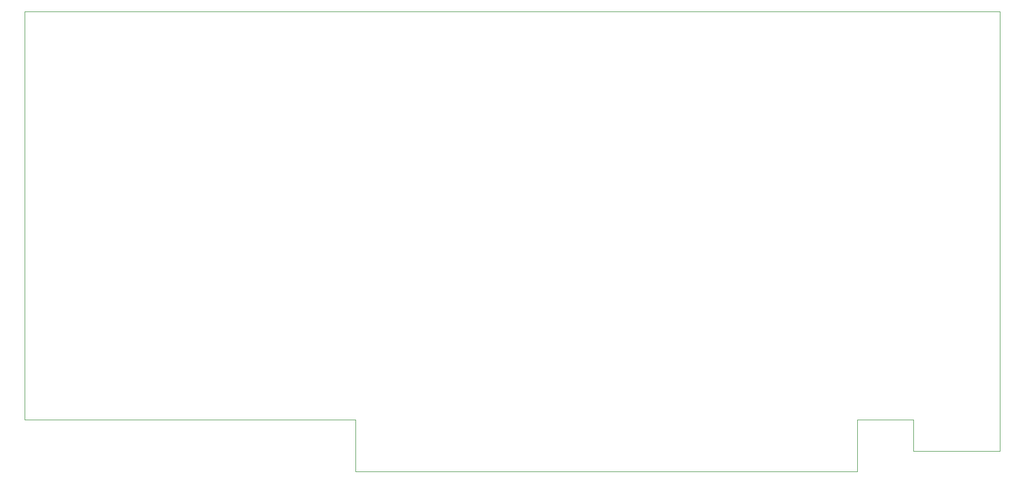
<source format=gko>
G75*
%MOIN*%
%OFA0B0*%
%FSLAX24Y24*%
%IPPOS*%
%LPD*%
%AMOC8*
5,1,8,0,0,1.08239X$1,22.5*
%
%ADD10C,0.0000*%
D10*
X000680Y003680D02*
X021730Y003680D01*
X021730Y000380D01*
X053630Y000380D01*
X053630Y003680D01*
X057180Y003680D01*
X057180Y001680D01*
X062680Y001680D01*
X062680Y029680D01*
X000680Y029680D01*
X000680Y003680D01*
M02*

</source>
